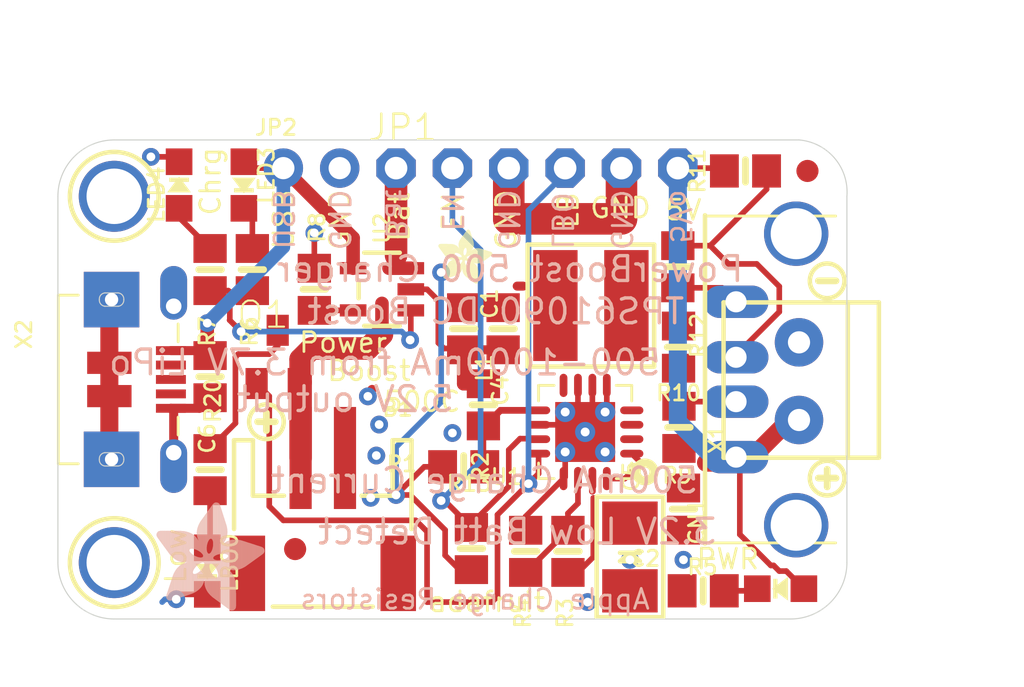
<source format=kicad_pcb>
(kicad_pcb (version 20211014) (generator pcbnew)
  (layers (0 "F.Cu" signal) (31 "B.Cu" signal) (34 "B.Paste" user) (35 "F.Paste" user) (36 "B.SilkS" user "B.Silkscreen") (37 "F.SilkS" user "F.Silkscreen") (38 "B.Mask" user) (39 "F.Mask" user) (44 "Edge.Cuts" user))
  (net 0 "")
  (net 1 "GND")
  (net 2 "N$1")
  (net 3 "N$3")
  (net 4 "5.0V")
  (net 5 "D+")
  (net 6 "D-")
  (net 7 "VBAT")
  (net 8 "N$4")
  (net 9 "ENABLE")
  (net 10 "N$5")
  (net 11 "LBO")
  (net 12 "N$2")
  (net 13 "N$10")
  (net 14 "N$6")
  (net 15 "N$7")
  (net 16 "VDD1")
  (net 17 "N$8")
  (net 18 "N$9")
  (footprint "boardEagle:0805-NO" (layer "F.Cu") (at 159.800245 114.5286 180)
    (fp_text reference "R5" (at 0.7875 1.07) (layer "F.SilkS") (effects (font (size 0.692831 0.692831) (thickness 0.119969)) (justify left)))
    (fp_text value "1K")
    (pad "1" smd rect (at -0.95 0 180) (size 1.3 1.5) (layers "F.Cu" "F.Paste" "F.Mask") (net 8 "N$4"))
    (pad "2" smd rect (at 0.95 0 180) (size 1.3 1.5) (layers "F.Cu" "F.Paste" "F.Mask") (net 1 "GND"))
  )
  (footprint "boardEagle:CHIPLED_0805_NOOUTLINE" (layer "F.Cu") (at 139.099245 96.2406 180)
    (fp_text reference "LED3" (at -1.016 1.778 90) (layer "F.SilkS") (effects (font (size 0.692831 0.692831) (thickness 0.119969)) (justify right)))
    (fp_text value "ORANGE")
    (pad "A" smd rect (at 0 1.05 180) (size 1.2 1.2) (layers "F.Cu" "F.Paste" "F.Mask") (net 16 "VDD1"))
    (pad "C" smd rect (at 0 -1.05 180) (size 1.2 1.2) (layers "F.Cu" "F.Paste" "F.Mask") (net 14 "N$6"))
  )
  (footprint "boardEagle:0805-NO" (layer "F.Cu") (at 149.894245 106.1466 -90)
    (fp_text reference "R2" (at 2.032 0.127 90) (layer "F.SilkS") (effects (font (size 0.692831 0.692831) (thickness 0.119969)) (justify right)))
    (fp_text value "340K")
    (pad "1" smd rect (at -0.95 0 270) (size 1.3 1.5) (layers "F.Cu" "F.Paste" "F.Mask") (net 1 "GND"))
    (pad "2" smd rect (at 0.95 0 270) (size 1.3 1.5) (layers "F.Cu" "F.Paste" "F.Mask") (net 3 "N$3"))
  )
  (footprint "boardEagle:EIA3528-21_B-R" (layer "F.Cu") (at 156.498245 113.0046 90)
    (fp_text reference "C5" (at 2.876 0.051 90) (layer "F.SilkS") (effects (font (size 0.692831 0.692831) (thickness 0.119969)) (justify left)))
    (fp_text value "100uF/6V")
    (pad "+" smd rect (at 1.525 0 90) (size 1.95 2.5) (layers "F.Cu" "F.Paste" "F.Mask") (net 4 "5.0V"))
    (pad "-" smd rect (at -1.525 0 90) (size 1.95 2.5) (layers "F.Cu" "F.Paste" "F.Mask") (net 1 "GND"))
  )
  (footprint "boardEagle:FIDUCIAL_1MM" (layer "F.Cu") (at 141.408245 112.6476)
    (fp_text reference "FID2" hide)
    (fp_text value "FIDUCIAL\"\"" hide)
    (pad "1" smd roundrect (at 0 0) (size 1 1) (layers "F.Cu" "F.Mask") (roundrect_rratio 0.5))
  )
  (footprint "boardEagle:0805-NO" (layer "F.Cu") (at 142.274245 100.9396 90)
    (fp_text reference "R8" (at 2.032 0.127 90) (layer "F.SilkS") (effects (font (size 0.692831 0.692831) (thickness 0.119969)) (justify left)))
    (fp_text value "2k")
    (pad "1" smd rect (at -0.95 0 90) (size 1.3 1.5) (layers "F.Cu" "F.Paste" "F.Mask") (net 17 "N$8"))
    (pad "2" smd rect (at 0.95 0 90) (size 1.3 1.5) (layers "F.Cu" "F.Paste" "F.Mask") (net 1 "GND"))
  )
  (footprint "boardEagle:SOT23-5" (layer "F.Cu") (at 145.322245 100.9396 90)
    (fp_text reference "U2" (at 1.978 0 90) (layer "F.SilkS") (effects (font (size 0.692831 0.692831) (thickness 0.119969)) (justify left)))
    (fp_text value "MCP73831T-2ACI/OT")
    (pad "1" smd rect (at -0.95 1.3001 90) (size 0.55 1.2) (layers "F.Cu" "F.Paste" "F.Mask") (net 15 "N$7"))
    (pad "2" smd rect (at 0 1.3001 90) (size 0.55 1.2) (layers "F.Cu" "F.Paste" "F.Mask") (net 1 "GND"))
    (pad "3" smd rect (at 0.95 1.3001 90) (size 0.55 1.2) (layers "F.Cu" "F.Paste" "F.Mask") (net 7 "VBAT"))
    (pad "4" smd rect (at 0.95 -1.3001 90) (size 0.55 1.2) (layers "F.Cu" "F.Paste" "F.Mask") (net 16 "VDD1"))
    (pad "5" smd rect (at -0.95 -1.3001 90) (size 0.55 1.2) (layers "F.Cu" "F.Paste" "F.Mask") (net 17 "N$8"))
  )
  (footprint "boardEagle:SYMBOL_MINUS" (layer "F.Cu") (at 165.388245 100.5586)
    (fp_text reference "U$26" hide)
    (fp_text value "" hide)
  )
  (footprint "boardEagle:USB_HOST-PTH" (layer "F.Cu") (at 167.801245 105.0036 90)
    (fp_text reference "CN1" (at -7.52 -8.29 90) (layer "F.SilkS") (effects (font (size 0.692831 0.692831) (thickness 0.119969)) (justify left)))
    (fp_text value "USBA_FEMALE")
    (pad "D+" thru_hole oval (at 1 -6.52 180) (size 2.916 1.458) (drill 0.95) (layers *.Cu *.Mask) (net 5 "D+"))
    (pad "D-" thru_hole oval (at -1 -6.52 180) (size 2.916 1.458) (drill 0.95) (layers *.Cu *.Mask) (net 6 "D-"))
    (pad "GND" thru_hole oval (at 3.5 -6.52 180) (size 2.916 1.458) (drill 0.95) (layers *.Cu *.Mask) (net 1 "GND"))
    (pad "S1" thru_hole circle (at -6.57 -3.81 90) (size 2.9 2.9) (drill 2.3) (layers *.Cu *.Mask))
    (pad "S2" thru_hole circle (at 6.57 -3.81 270) (size 2.9 2.9) (drill 2.3) (layers *.Cu *.Mask))
    (pad "VBUS" thru_hole oval (at -3.5 -6.52 180) (size 2.916 1.458) (drill 0.95) (layers *.Cu *.Mask) (net 4 "5.0V"))
  )
  (footprint "boardEagle:1X06-CLEANBIG" (layer "F.Cu") (at 152.307245 95.4786)
    (fp_text reference "JP1" (at -7.6962 -1.8288) (layer "F.SilkS") (effects (font (size 1.1557 1.1557) (thickness 0.1143)) (justify left)))
    (fp_text value "")
    (pad "1" thru_hole roundrect (at -6.35 0 90) (size 1.778 1.778) (drill 1.016) (layers *.Cu *.Mask) (chamfer_ratio 0.2928932188) (chamfer top_left top_right bottom_left bottom_right) (net 7 "VBAT"))
    (pad "2" thru_hole roundrect (at -3.81 0 90) (size 1.778 1.778) (drill 1.016) (layers *.Cu *.Mask) (chamfer_ratio 0.2928932188) (chamfer top_left top_right bottom_left bottom_right) (net 9 "ENABLE"))
    (pad "3" thru_hole roundrect (at -1.27 0 90) (size 1.778 1.778) (drill 1.016) (layers *.Cu *.Mask) (chamfer_ratio 0.2928932188) (chamfer top_left top_right bottom_left bottom_right) (net 1 "GND"))
    (pad "4" thru_hole roundrect (at 1.27 0 90) (size 1.778 1.778) (drill 1.016) (layers *.Cu *.Mask) (chamfer_ratio 0.2928932188) (chamfer top_left top_right bottom_left bottom_right) (net 11 "LBO"))
    (pad "5" thru_hole roundrect (at 3.81 0 90) (size 1.778 1.778) (drill 1.016) (layers *.Cu *.Mask) (chamfer_ratio 0.2928932188) (chamfer top_left top_right bottom_left bottom_right) (net 1 "GND"))
    (pad "6" thru_hole roundrect (at 6.35 0 90) (size 1.778 1.778) (drill 1.016) (layers *.Cu *.Mask) (chamfer_ratio 0.2928932188) (chamfer top_left top_right bottom_left bottom_right) (net 4 "5.0V"))
  )
  (footprint "boardEagle:TERMBLOCK_1X2-3.5MM" (layer "F.Cu") (at 164.118245 105.1306 90)
    (fp_text reference "X1" (at -3.3 -3.69 90) (layer "F.SilkS") (effects (font (size 0.692831 0.692831) (thickness 0.119969)) (justify left)))
    (fp_text value "")
    (pad "1" thru_hole circle (at 1.8 0 90) (size 2.1844 2.1844) (drill 1) (layers *.Cu *.Mask) (net 1 "GND"))
    (pad "2" thru_hole circle (at -1.7 0 90) (size 2.1844 2.1844) (drill 1) (layers *.Cu *.Mask) (net 4 "5.0V"))
  )
  (footprint "boardEagle:0805-NO" (layer "F.Cu") (at 158.689245 103.5456 90)
    (fp_text reference "R10" (at -2.07 1.0875) (layer "F.SilkS") (effects (font (size 0.692831 0.692831) (thickness 0.119969)) (justify right)))
    (fp_text value "49.9K 1%")
    (pad "1" smd rect (at -0.95 0 90) (size 1.3 1.5) (layers "F.Cu" "F.Paste" "F.Mask") (net 6 "D-"))
    (pad "2" smd rect (at 0.95 0 90) (size 1.3 1.5) (layers "F.Cu" "F.Paste" "F.Mask") (net 1 "GND"))
  )
  (footprint "boardEagle:MOUNTINGHOLE_2.5_PLATED" (layer "F.Cu") (at 133.257245 113.2586)
    (fp_text reference "U$12" hide)
    (fp_text value "MOUNTINGHOLE2.5" hide)
    (pad "P$1" thru_hole circle (at 0 0) (size 3.2 3.2) (drill 2.5) (layers *.Cu *.Mask))
  )
  (footprint "boardEagle:SC59-BEC" (layer "F.Cu") (at 140.623245 103.9876)
    (fp_text reference "Q1" (at -1.905 -1.905) (layer "F.SilkS") (effects (font (size 1.176528 1.176528) (thickness 0.093472)) (justify left)))
    (fp_text value "MMUN2133LT1G")
    (pad "B" smd rect (at -0.95 1.2) (size 1 1.4) (layers "F.Cu" "F.Paste" "F.Mask") (net 11 "LBO"))
    (pad "C" smd rect (at 0 -1.2) (size 1 1.4) (layers "F.Cu" "F.Paste" "F.Mask") (net 13 "N$10"))
    (pad "E" smd rect (at 0.95 1.2) (size 1 1.4) (layers "F.Cu" "F.Paste" "F.Mask") (net 7 "VBAT"))
  )
  (footprint "boardEagle:MOUNTINGHOLE_2.5_PLATED" (layer "F.Cu") (at 133.257245 96.7486)
    (fp_text reference "U$10" hide)
    (fp_text value "MOUNTINGHOLE2.5" hide)
    (pad "P$1" thru_hole circle (at 0 0) (size 3.2 3.2) (drill 2.5) (layers *.Cu *.Mask))
  )
  (footprint "boardEagle:CHIPLED_0805_NOOUTLINE" (layer "F.Cu") (at 137.448245 113.6396 180)
    (fp_text reference "LBO0" (at -1.016 1.778 90) (layer "F.SilkS") (effects (font (size 0.692831 0.692831) (thickness 0.119969)) (justify right)))
    (fp_text value "RED")
    (pad "A" smd rect (at 0 1.05 180) (size 1.2 1.2) (layers "F.Cu" "F.Paste" "F.Mask") (net 12 "N$2"))
    (pad "C" smd rect (at 0 -1.05 180) (size 1.2 1.2) (layers "F.Cu" "F.Paste" "F.Mask") (net 1 "GND"))
  )
  (footprint "boardEagle:SYMBOL_PLUS" (layer "F.Cu") (at 165.388245 109.4486)
    (fp_text reference "U$25" hide)
    (fp_text value "" hide)
  )
  (footprint "boardEagle:0805-NO" (layer "F.Cu") (at 151.799245 112.7506 -90)
    (fp_text reference "R4" (at 2.032 0.127 90) (layer "F.SilkS") (effects (font (size 0.692831 0.692831) (thickness 0.119969)) (justify right)))
    (fp_text value "200K")
    (pad "1" smd rect (at -0.95 0 270) (size 1.3 1.5) (layers "F.Cu" "F.Paste" "F.Mask") (net 1 "GND"))
    (pad "2" smd rect (at 0.95 0 270) (size 1.3 1.5) (layers "F.Cu" "F.Paste" "F.Mask") (net 10 "N$5"))
  )
  (footprint "boardEagle:0805-NO" (layer "F.Cu") (at 137.575245 100.0506 -90)
    (fp_text reference "R7" (at 2.032 0.127 90) (layer "F.SilkS") (effects (font (size 0.692831 0.692831) (thickness 0.119969)) (justify right)))
    (fp_text value "1K")
    (pad "1" smd rect (at -0.95 0 270) (size 1.3 1.5) (layers "F.Cu" "F.Paste" "F.Mask") (net 18 "N$9"))
    (pad "2" smd rect (at 0.95 0 270) (size 1.3 1.5) (layers "F.Cu" "F.Paste" "F.Mask") (net 15 "N$7"))
  )
  (footprint "boardEagle:CHIPLED_0805_NOOUTLINE" (layer "F.Cu") (at 163.288245 114.4336 90)
    (fp_text reference "PWR0" hide)
    (fp_text value "BLUE")
    (pad "A" smd rect (at 0 1.05 90) (size 1.2 1.2) (layers "F.Cu" "F.Paste" "F.Mask") (net 4 "5.0V"))
    (pad "C" smd rect (at 0 -1.05 90) (size 1.2 1.2) (layers "F.Cu" "F.Paste" "F.Mask") (net 8 "N$4"))
  )
  (footprint "boardEagle:4UCONN_20329" (layer "F.Cu") (at 135.035245 105.0036 -90)
    (fp_text reference "X2" (at -2.778 5.852 90) (layer "F.SilkS") (effects (font (size 0.692831 0.692831) (thickness 0.119969)) (justify right)))
    (fp_text value "microUSB")
    (fp_line (start -3.3 1.6) (end -3.3 2.2) (layer "Edge.Cuts") (width 0.05))
    (fp_line (start 3.9 1.6) (end 3.9 2.2) (layer "Edge.Cuts") (width 0.05))
    (fp_line (start -3.9 2.2) (end -3.9 1.6) (layer "Edge.Cuts") (width 0.05))
    (fp_line (start 3.3 2.2) (end 3.3 1.6) (layer "Edge.Cuts") (width 0.05))
    (fp_arc (start -3.3 2.2) (mid -3.398223 2.387132) (end -3.6 2.45) (layer "Edge.Cuts") (width 0.05))
    (fp_arc (start 3.6 2.45) (mid 3.398223 2.387132) (end 3.3 2.2) (layer "Edge.Cuts") (width 0.05))
    (fp_arc (start -3.9 1.6) (mid -3.801777 1.412868) (end -3.6 1.35) (layer "Edge.Cuts") (width 0.05))
    (fp_arc (start 3.3 1.6) (mid 3.398223 1.412868) (end 3.6 1.35) (layer "Edge.Cuts") (width 0.05))
    (fp_arc (start 3.6 1.35) (mid 3.801777 1.412868) (end 3.9 1.6) (layer "Edge.Cuts") (width 0.05))
    (fp_arc (start -3.6 2.45) (mid -3.801777 2.387132) (end -3.9 2.2) (layer "Edge.Cuts") (width 0.05))
    (fp_arc (start -3.6 1.35) (mid -3.398223 1.412868) (end -3.3 1.6) (layer "Edge.Cuts") (width 0.05))
    (fp_arc (start 3.9 2.2) (mid 3.801777 2.387132) (end 3.6 2.45) (layer "Edge.Cuts") (width 0.05))
    (pad "" np_thru_hole circle (at -1.95 0 270) (size 0.7 0.7) (drill 0.7) (layers *.Cu *.Mask))
    (pad "" np_thru_hole circle (at 1.95 0 270) (size 0.7 0.7) (drill 0.7) (layers *.Cu *.Mask))
    (pad "BASE@1" smd rect (at -0.75 2) (size 2 1) (layers "F.Cu" "F.Paste" "F.Mask") (net 1 "GND"))
    (pad "BASE@2" smd rect (at 0.75 2) (size 2 1) (layers "F.Cu" "F.Paste" "F.Mask") (net 1 "GND"))
    (pad "D+" smd rect (at 0 -0.775 270) (size 0.4 1.35) (layers "F.Cu" "F.Paste"))
    (pad "D-" smd rect (at -0.65 -0.775 270) (size 0.4 1.35) (layers "F.Cu" "F.Paste"))
    (pad "GND" smd rect (at 1.3 -0.775 270) (size 0.4 1.35) (layers "F.Cu" "F.Paste") (net 1 "GND"))
    (pad "ID" smd rect (at 0.65 -0.775 270) (size 0.4 1.35) (layers "F.Cu" "F.Paste"))
    (pad "SPRT@1" thru_hole oval (at -3.3 -0.9 90) (size 2.416 1.208) (drill 0.7 (offset 0.604 0)) (layers *.Cu *.Mask) (net 1 "GND"))
    (pad "SPRT@2" thru_hole oval (at 3.3 -0.9 270) (size 2.416 1.208) (drill 0.7 (offset 0.604 0)) (layers *.Cu *.Mask) (net 1 "GND"))
    (pad "SPRT@3" thru_hole rect (at -3.6 1.9) (size 2.5 2.5) (drill 0.6) (layers *.Cu *.Mask) (net 1 "GND"))
    (pad "SPRT@4" thru_hole rect (at 3.6 1.9) (size 2.5 2.5) (drill 0.6) (layers *.Cu *.Mask) (net 1 "GND"))
    (pad "VBUS" smd rect (at -1.3 -0.775 270) (size 0.4 1.35) (layers "F.Cu" "F.Paste") (net 16 "VDD1"))
  )
  (footprint "boardEagle:0805-NO" (layer "F.Cu") (at 153.704245 112.7506 -90)
    (fp_text reference "R3" (at 2.032 0.127 90) (layer "F.SilkS") (effects (font (size 0.692831 0.692831) (thickness 0.119969)) (justify right)))
    (fp_text value "1.87Mohm")
    (pad "1" smd rect (at -0.95 0 270) (size 1.3 1.5) (layers "F.Cu" "F.Paste" "F.Mask") (net 10 "N$5"))
    (pad "2" smd rect (at 0.95 0 270) (size 1.3 1.5) (layers "F.Cu" "F.Paste" "F.Mask") (net 4 "5.0V"))
  )
  (footprint "boardEagle:0805-NO" (layer "F.Cu") (at 139.480245 100.0506 -90)
    (fp_text reference "R6" (at 2.032 0.127 90) (layer "F.SilkS") (effects (font (size 0.692831 0.692831) (thickness 0.119969)) (justify right)))
    (fp_text value "470")
    (pad "1" smd rect (at -0.95 0 270) (size 1.3 1.5) (layers "F.Cu" "F.Paste" "F.Mask") (net 14 "N$6"))
    (pad "2" smd rect (at 0.95 0 270) (size 1.3 1.5) (layers "F.Cu" "F.Paste" "F.Mask") (net 15 "N$7"))
  )
  (footprint "boardEagle:0805-NO" (layer "F.Cu") (at 158.707245 107.1616 -90)
    (fp_text reference "R9" (at 2.17 -0.6875) (layer "F.SilkS") (effects (font (size 0.692831 0.692831) (thickness 0.119969)) (justify right)))
    (fp_text value "75K 1%")
    (pad "1" smd rect (at -0.95 0 270) (size 1.3 1.5) (layers "F.Cu" "F.Paste" "F.Mask") (net 6 "D-"))
    (pad "2" smd rect (at 0.95 0 270) (size 1.3 1.5) (layers "F.Cu" "F.Paste" "F.Mask") (net 4 "5.0V"))
  )
  (footprint "boardEagle:1X02_ROUND" (layer "F.Cu") (at 142.147245 95.4786)
    (fp_text reference "JP2" (at -2.6162 -1.8288) (layer "F.SilkS") (effects (font (size 0.692831 0.692831) (thickness 0.119969)) (justify left)))
    (fp_text value "")
    (pad "1" thru_hole circle (at -1.27 0 90) (size 1.778 1.778) (drill 1) (layers *.Cu *.Mask) (net 16 "VDD1"))
    (pad "2" thru_hole circle (at 1.27 0 90) (size 1.778 1.778) (drill 1) (layers *.Cu *.Mask) (net 1 "GND"))
  )
  (footprint "boardEagle:0805-NO" (layer "F.Cu") (at 158.657245 99.9236 -90)
    (fp_text reference "R12" (at 4.1875 -0.93 90) (layer "F.SilkS") (effects (font (size 0.692831 0.692831) (thickness 0.119969)) (justify left)))
    (fp_text value "49.9K 1%")
    (pad "1" smd rect (at -0.95 0 270) (size 1.3 1.5) (layers "F.Cu" "F.Paste" "F.Mask") (net 5 "D+"))
    (pad "2" smd rect (at 0.95 0 270) (size 1.3 1.5) (layers "F.Cu" "F.Paste" "F.Mask") (net 1 "GND"))
  )
  (footprint "boardEagle:SYMBOL_PLUS" (layer "F.Cu") (at 140.115245 106.9086)
    (fp_text reference "U$13" hide)
    (fp_text value "" hide)
  )
  (footprint "boardEagle:JSTPH2" (layer "F.Cu") (at 142.655245 112.2426 180)
    (fp_text reference "B1" (at -4.1225 5.9315) (layer "F.SilkS") (effects (font (size 0.692831 0.692831) (thickness 0.119969)) (justify right)))
    (fp_text value "1.8-5V")
    (pad "1" smd rect (at -1 3.7 180) (size 1 4.6) (layers "F.Cu" "F.Paste" "F.Mask") (net 1 "GND"))
    (pad "2" smd rect (at 1 3.7 180) (size 1 4.6) (layers "F.Cu" "F.Paste" "F.Mask") (net 7 "VBAT"))
    (pad "NC1" smd rect (at -3.4 -1.5 270) (size 3.4 1.6) (layers "F.Cu" "F.Paste" "F.Mask"))
    (pad "NC2" smd rect (at 3.4 -1.5 270) (size 3.4 1.6) (layers "F.Cu" "F.Paste" "F.Mask"))
  )
  (footprint "boardEagle:0805-NO" (layer "F.Cu") (at 149.353245 112.6246 90)
    (fp_text reference "R13" (at 2.93 0.9875) (layer "F.SilkS") (effects (font (size 0.692831 0.692831) (thickness 0.119969)) (justify right)))
    (fp_text value "340K")
    (pad "1" smd rect (at -0.95 0 90) (size 1.3 1.5) (layers "F.Cu" "F.Paste" "F.Mask") (net 7 "VBAT"))
    (pad "2" smd rect (at 0.95 0 90) (size 1.3 1.5) (layers "F.Cu" "F.Paste" "F.Mask") (net 9 "ENABLE"))
  )
  (footprint "boardEagle:INDUCTOR_5X5MM_TDK_VLC5045" (layer "F.Cu") (at 154.738245 101.6726)
    (fp_text reference "L1" (at -4.8 3.5 90) (layer "F.SilkS") (effects (font (size 0.692831 0.692831) (thickness 0.119969)) (justify left)))
    (fp_text value "VLC5045-6.8uH" hide)
    (pad "P$1" smd rect (at -1.6 0) (size 2 5) (layers "F.Cu" "F.Paste" "F.Mask") (net 7 "VBAT"))
    (pad "P$2" smd rect (at 1.6 0) (size 2 5) (layers "F.Cu" "F.Paste" "F.Mask") (net 2 "N$1"))
  )
  (footprint "boardEagle:0805-NO" (layer "F.Cu") (at 137.575245 104.8766 -90)
    (fp_text reference "C6" (at 2.032 0.127 90) (layer "F.SilkS") (effects (font (size 0.692831 0.692831) (thickness 0.119969)) (justify right)))
    (fp_text value "10µF")
    (pad "1" smd rect (at -0.95 0 270) (size 1.3 1.5) (layers "F.Cu" "F.Paste" "F.Mask") (net 16 "VDD1"))
    (pad "2" smd rect (at 0.95 0 270) (size 1.3 1.5) (layers "F.Cu" "F.Paste" "F.Mask") (net 1 "GND"))
  )
  (footprint "boardEagle:0805-NO" (layer "F.Cu") (at 150.783245 102.7176 -90)
    (fp_text reference "C4" (at 2.032 0.127 90) (layer "F.SilkS") (effects (font (size 0.692831 0.692831) (thickness 0.119969)) (justify right)))
    (fp_text value "0.1uF")
    (pad "1" smd rect (at -0.95 0 270) (size 1.3 1.5) (layers "F.Cu" "F.Paste" "F.Mask") (net 7 "VBAT"))
    (pad "2" smd rect (at 0.95 0 270) (size 1.3 1.5) (layers "F.Cu" "F.Paste" "F.Mask") (net 1 "GND"))
  )
  (footprint "boardEagle:0805-NO" (layer "F.Cu") (at 149.005245 108.9406 180)
    (fp_text reference "R1" (at 2.032 0.127) (layer "F.SilkS") (effects (font (size 0.692831 0.692831) (thickness 0.119969)) (justify right)))
    (fp_text value "1.87Mohm")
    (pad "1" smd rect (at -0.95 0 180) (size 1.3 1.5) (layers "F.Cu" "F.Paste" "F.Mask") (net 3 "N$3"))
    (pad "2" smd rect (at 0.95 0 180) (size 1.3 1.5) (layers "F.Cu" "F.Paste" "F.Mask") (net 7 "VBAT"))
  )
  (footprint "boardEagle:0805-NO" (layer "F.Cu") (at 161.705245 95.6056 180)
    (fp_text reference "R11" (at 2.17 -1.0875 90) (layer "F.SilkS") (effects (font (size 0.692831 0.692831) (thickness 0.119969)) (justify left)))
    (fp_text value "75K 1%")
    (pad "1" smd rect (at -0.95 0 180) (size 1.3 1.5) (layers "F.Cu" "F.Paste" "F.Mask") (net 5 "D+"))
    (pad "2" smd rect (at 0.95 0 180) (size 1.3 1.5) (layers "F.Cu" "F.Paste" "F.Mask") (net 4 "5.0V"))
  )
  (footprint "boardEagle:0805-NO" (layer "F.Cu") (at 137.575245 109.0676 90)
    (fp_text reference "R20" (at 2.032 0.127 90) (layer "F.SilkS") (effects (font (size 0.692831 0.692831) (thickness 0.119969)) (justify left)))
    (fp_text value "1K")
    (pad "1" smd rect (at -0.95 0 90) (size 1.3 1.5) (layers "F.Cu" "F.Paste" "F.Mask") (net 12 "N$2"))
    (pad "2" smd rect (at 0.95 0 90) (size 1.3 1.5) (layers "F.Cu" "F.Paste" "F.Mask") (net 13 "N$10"))
  )
  (footprint "boardEagle:CHIPLED_0805_NOOUTLINE" (layer "F.Cu") (at 136.178245 96.2406)
    (fp_text reference "LED4" (at -1.016 1.778 90) (layer "F.SilkS") (effects (font (size 0.692831 0.692831) (thickness 0.119969)) (justify left)))
    (fp_text value "GREEN")
    (pad "A" smd rect (at 0 1.05) (size 1.2 1.2) (layers "F.Cu" "F.Paste" "F.Mask") (net 18 "N$9"))
    (pad "C" smd rect (at 0 -1.05) (size 1.2 1.2) (layers "F.Cu" "F.Paste" "F.Mask") (net 1 "GND"))
  )
  (footprint "boardEagle:0805-NO" (layer "F.Cu") (at 158.911245 110.8456 -90)
    (fp_text reference "C2" (at 2.23 2.4875) (layer "F.SilkS") (effects (font (size 0.692831 0.692831) (thickness 0.119969)) (justify left)))
    (fp_text value "2.2uF")
    (pad "1" smd rect (at -0.95 0 270) (size 1.3 1.5) (layers "F.Cu" "F.Paste" "F.Mask") (net 4 "5.0V"))
    (pad "2" smd rect (at 0.95 0 270) (size 1.3 1.5) (layers "F.Cu" "F.Paste" "F.Mask") (net 1 "GND"))
  )
  (footprint "boardEagle:0805-NO" (layer "F.Cu") (at 149.005245 102.7176 -90)
    (fp_text reference "C1" (at -1.8875 -1.17 90) (layer "F.SilkS") (effects (font (size 0.692831 0.692831) (thickness 0.119969)) (justify right)))
    (fp_text value "10uF")
    (pad "1" smd rect (at -0.95 0 270) (size 1.3 1.5) (layers "F.Cu" "F.Paste" "F.Mask") (net 7 "VBAT"))
    (pad "2" smd rect (at 0.95 0 270) (size 1.3 1.5) (layers "F.Cu" "F.Paste" "F.Mask") (net 1 "GND"))
  )
  (footprint "boardEagle:FIDUCIAL_1MM" (layer "F.Cu") (at 164.499245 95.6056)
    (fp_text reference "FID3" hide)
    (fp_text value "FIDUCIAL\"\"" hide)
    (pad "1" smd roundrect (at 0 0) (size 1 1) (layers "F.Cu" "F.Mask") (roundrect_rratio 0.5))
  )
  (footprint "boardEagle:ADAFRUIT_2.5MM" (layer "F.Cu") (at 147.862245 100.6856)
    (fp_text reference "U$28" hide)
    (fp_text value "" hide)
  )
  (footprint "boardEagle:PVQFN-16" (layer "F.Cu") (at 154.480245 107.3706 180)
    (fp_text reference "U1" (at 4.324 -2.018) (layer "F.SilkS") (effects (font (size 0.692831 0.692831) (thickness 0.119969)) (justify left)))
    (fp_text value "TPS61090RSAR")
    (pad "1" smd roundrect (at -2.1 -0.975 180) (size 1.05 0.35) (layers "F.Cu" "F.Paste" "F.Mask") (roundrect_rratio 0.5) (net 4 "5.0V"))
    (pad "2" smd roundrect (at -2.1 -0.325 180) (size 1.05 0.35) (layers "F.Cu" "F.Paste" "F.Mask") (roundrect_rratio 0.5))
    (pad "3" smd roundrect (at -2.1 0.325 180) (size 1.05 0.35) (layers "F.Cu" "F.Paste" "F.Mask") (roundrect_rratio 0.5) (net 2 "N$1"))
    (pad "4" smd roundrect (at -2.1 0.975 180) (size 1.05 0.35) (layers "F.Cu" "F.Paste" "F.Mask") (roundrect_rratio 0.5) (net 2 "N$1"))
    (pad "5" smd roundrect (at -0.975 2.1 270) (size 1.05 0.35) (layers "F.Cu" "F.Paste" "F.Mask") (roundrect_rratio 0.5) (net 1 "GND"))
    (pad "6" smd roundrect (at -0.325 2.1 270) (size 1.05 0.35) (layers "F.Cu" "F.Paste" "F.Mask") (roundrect_rratio 0.5) (net 1 "GND"))
    (pad "7" smd roundrect (at 0.325 2.1 270) (size 1.05 0.35) (layers "F.Cu" "F.Paste" "F.Mask") (roundrect_rratio 0.5) (net 1 "GND"))
    (pad "8" smd roundrect (at 0.975 2.1 270) (size 1.05 0.35) (layers "F.Cu" "F.Paste" "F.Mask") (roundrect_rratio 0.5) (net 7 "VBAT"))
    (pad "9" smd roundrect (at 2.1 0.975) (size 1.05 0.35) (layers "F.Cu" "F.Paste" "F.Mask") (roundrect_rratio 0.5) (net 3 "N$3"))
    (pad "10" smd roundrect (at 2.1 0.325) (size 1.05 0.35) (layers "F.Cu" "F.Paste" "F.Mask") (roundrect_rratio 0.5) (net 1 "GND"))
    (pad "11" smd roundrect (at 2.1 -0.325) (size 1.05 0.35) (layers "F.Cu" "F.Paste" "F.Mask") (roundrect_rratio 0.5) (net 9 "ENABLE"))
    (pad "12" smd roundrect (at 2.1 -0.975) (size 1.05 0.35) (layers "F.Cu" "F.Paste" "F.Mask") (roundrect_rratio 0.5) (net 11 "LBO"))
    (pad "13" smd roundrect (at 0.975 -2.1 90) (size 1.05 0.35) (layers "F.Cu" "F.Paste" "F.Mask") (roundrect_rratio 0.5) (net 1 "GND"))
    (pad "14" smd roundrect (at 0.325 -2.1 90) (size 1.05 0.35) (layers "F.Cu" "F.Paste" "F.Mask") (roundrect_rratio 0.5) (net 10 "N$5"))
    (pad "15" smd roundrect (at -0.325 -2.1 90) (size 1.05 0.35) (layers "F.Cu" "F.Paste" "F.Mask") (roundrect_rratio 0.5) (net 4 "5.0V"))
    (pad "16" smd roundrect (at -0.975 -2.1 90) (size 1.05 0.35) (layers "F.Cu" "F.Paste" "F.Mask") (roundrect_rratio 0.5) (net 4 "5.0V"))
    (pad "P$18" thru_hole circle (at 0 0 180) (size 0.908 0.908) (drill 0.4) (layers *.Cu *.Mask) (net 1 "GND"))
    (pad "P$19" thru_hole circle (at -0.9 -0.9 180) (size 0.908 0.908) (drill 0.4) (layers *.Cu *.Mask) (net 1 "GND"))
    (pad "P$20" thru_hole circle (at 0.9 -0.9 180) (size 0.908 0.908) (drill 0.4) (layers *.Cu *.Mask) (net 1 "GND"))
    (pad "P$21" thru_hole circle (at 0.9 0.9 180) (size 0.908 0.908) (drill 0.4) (layers *.Cu *.Mask) (net 1 "GND"))
    (pad "P$22" thru_hole circle (at -0.9 0.9 180) (size 0.908 0.908) (drill 0.4) (layers *.Cu *.Mask) (net 1 "GND"))
    (pad "THERMAL" smd rect (at 0 0 180) (size 2.7 2.7) (layers "F.Cu" "F.Mask") (net 1 "GND"))
  )
  (footprint "boardEagle:ADAFRUIT_5MM" (layer "B.Cu") (at 135.162245 115.4176 90)
    (fp_text reference "U$29" hide)
    (fp_text value "" hide)
  )
  (gr_line (start 166.277245 113.2586) (end 166.277245 96.7486) (layer "Edge.Cuts") (width 0.05))
  (gr_line (start 164.118245 94.2086) (end 133.257245 94.2086) (layer "Edge.Cuts") (width 0.05))
  (gr_arc (start 133.257245 115.7986) (mid 131.461194 115.054651) (end 130.717245 113.2586) (layer "Edge.Cuts") (width 0.05))
  (gr_arc (start 166.277245 113.2586) (mid 165.533296 115.054651) (end 163.737245 115.7986) (layer "Edge.Cuts") (width 0.05))
  (gr_line (start 130.717245 96.7486) (end 130.717245 113.2586) (layer "Edge.Cuts") (width 0.05))
  (gr_line (start 133.257245 115.7986) (end 163.737245 115.7986) (layer "Edge.Cuts") (width 0.05))
  (gr_arc (start 164.118245 94.2086) (mid 165.723796 95.031456) (end 166.277245 96.7486) (layer "Edge.Cuts") (width 0.05))
  (gr_arc (start 130.717245 96.7486) (mid 131.461194 94.952549) (end 133.257245 94.2086) (layer "Edge.Cuts") (width 0.05))
  (gr_text "TPS61090 DC Boost" (at 159.038245 102.5906) (layer "B.SilkS") (effects (font (size 1.1176 1.1176) (thickness 0.1524)) (justify left bottom mirror)))
  (gr_text "EN" (at 149.005245 96.4946 -90) (layer "B.SilkS") (effects (font (size 0.89408 0.89408) (thickness 0.12192)) (justify right top mirror)))
  (gr_text "Bat" (at 146.465245 96.3676 -90) (layer "B.SilkS") (effects (font (size 0.89408 0.89408) (thickness 0.12192)) (justify right top mirror)))
  (gr_text "Apple Charge Resistors" (at 149.513245 114.9096) (layer "B.SilkS") (effects (font (size 0.89408 0.89408) (thickness 0.12192)) (justify mirror)))
  (gr_text "GND" (at 143.925245 96.3676 -90) (layer "B.SilkS") (effects (font (size 0.89408 0.89408) (thickness 0.12192)) (justify right top mirror)))
  (gr_text "500mA Charge Current" (at 159.673245 110.2106) (layer "B.SilkS") (effects (font (size 1.1176 1.1176) (thickness 0.1524)) (justify left bottom mirror)))
  (gr_text "PowerBoost 500 Charger" (at 161.705245 100.6856) (layer "B.SilkS") (effects (font (size 1.1176 1.1176) (thickness 0.1524)) (justify left bottom mirror)))
  (gr_text "5.2V output" (at 143.671245 105.8926) (layer "B.SilkS") (effects (font (size 1.1176 1.1176) (thickness 0.1524)) (justify mirror)))
  (gr_text "5Vo" (at 159.292245 96.3676 -90) (layer "B.SilkS") (effects (font (size 0.89408 0.89408) (thickness 0.12192)) (justify right top mirror)))
  (gr_text "GND" (at 151.545245 96.3676 -90) (layer "B.SilkS") (effects (font (size 0.89408 0.89408) (thickness 0.12192)) (justify right top mirror)))
  (gr_text "USB" (at 141.385245 96.3676 -90) (layer "B.SilkS") (effects (font (size 0.89408 0.89408) (thickness 0.12192)) (justify right top mirror)))
  (gr_text "500-1000mA from 3.7V LiPo" (at 145.449245 104.2416) (layer "B.SilkS") (effects (font (size 1.1176 1.1176) (thickness 0.1524)) (justify mirror)))
  (gr_text "3.2V Low Batt Detect" (at 151.418245 111.8616) (layer "B.SilkS") (effects (font (size 1.1176 1.1176) (thickness 0.1524)) (justify mirror)))
  (gr_text "LBO" (at 153.958245 96.4946 -90) (layer "B.SilkS") (effects (font (size 0.89408 0.89408) (thickness 0.12192)) (justify right top mirror)))
  (gr_text "GND" (at 156.625245 96.3676 -90) (layer "B.SilkS") (effects (font (size 0.89408 0.89408) (thickness 0.12192)) (justify right top mirror)))
  (gr_text "USB" (at 140.369245 96.3676 90) (layer "F.SilkS") (effects (font (size 0.89408 0.89408) (thickness 0.12192)) (justify right top)))
  (gr_text "Low" (at 136.559245 114.2746 90) (layer "F.SilkS") (effects (font (size 0.89408 0.89408) (thickness 0.12192)) (justify left bottom)))
  (gr_text "5V" (at 158.022245 97.8916) (layer "F.SilkS") (effects (font (size 0.89408 0.89408) (thickness 0.12192)) (justify left bottom)))
  (gr_text "LB" (at 153.196245 96.4946 90) (layer "F.SilkS") (effects (font (size 0.89408 0.89408) (thickness 0.12192)) (justify right top)))
  (gr_text "EN" (at 147.989245 96.4946 90) (layer "F.SilkS") (effects (font (size 0.89408 0.89408) (thickness 0.12192)) (justify right top)))
  (gr_text "GND" (at 142.909245 96.3676 90) (layer "F.SilkS") (effects (font (size 0.89408 0.89408) (thickness 0.12192)) (justify right top)))
  (gr_text "500C" (at 145.322245 106.5276) (layer "F.SilkS") (effects (font (size 0.89408 0.89408) (thickness 0.12192)) (justify left bottom)))
  (gr_text "Chrg" (at 137.067245 94.4626 90) (layer "F.SilkS") (effects (font (size 0.89408 0.89408) (thickness 0.12192)) (justify right top)))
  (gr_text "Boost" (at 142.782245 105.1306) (layer "F.SilkS") (effects (font (size 0.89408 0.89408) (thickness 0.12192)) (justify left bottom)))
  (gr_text "adafruit" (at 147.354245 115.5446) (layer "F.SilkS") (effects (font (size 0.89408 0.89408) (thickness 0.12192)) (justify left bottom)))
  (gr_text "GND" (at 150.402245 96.3676 90) (layer "F.SilkS") (effects (font (size 0.89408 0.89408) (thickness 0.12192)) (justify right top)))
  (gr_text "Bat" (at 145.576245 96.4946 90) (layer "F.SilkS") (effects (font (size 0.89408 0.89408) (thickness 0.12192)) (justify right top)))
  (gr_text "Power" (at 141.512245 103.8606) (layer "F.SilkS") (effects (font (size 0.89408 0.89408) (thickness 0.12192)) (justify left bottom)))
  (gr_text "PWR" (at 160.911245 113.0946) (layer "F.SilkS") (effects (font (size 0.89408 0.89408) (thickness 0.12192))))
  (gr_text "GND" (at 157.514245 96.7486) (layer "F.SilkS") (effects (font (size 0.89408 0.89408) (thickness 0.12192)) (justify right top)))
  (segment (start 154.155245 107.0456) (end 154.480245 107.3706) (width 0.254) (layer "F.Cu") (net 1))
  (segment (start 147.862245 103.3526) (end 148.116245 103.6066) (width 0.254) (layer "F.Cu") (net 1))
  (segment (start 148.944245 103.6066) (end 149.005245 103.6676) (width 0.254) (layer "F.Cu") (net 1))
  (segment (start 155.455245 105.2706) (end 155.455245 106.3956) (width 0.254) (layer "F.Cu") (net 1))
  (segment (start 154.480245 107.3706) (end 155.380245 108.2706) (width 0.254) (layer "F.Cu") (net 1))
  (segment (start 151.037245 95.4786) (end 151.037245 97.7646) (width 1.4224) (layer "F.Cu") (net 1))
  (segment (start 133.035245 105.7536) (end 133.035245 108.5036) (width 0.8128) (layer "F.Cu") (net 1))
  (segment (start 147.862245 101.4476) (end 147.862245 103.3526) (width 0.254) (layer "F.Cu") (net 1))
  (segment (start 153.505245 109.4706) (end 153.580245 109.3956) (width 0.254) (layer "F.Cu") (net 1))
  (segment (start 153.580245 109.3956) (end 153.580245 108.2706) (width 0.254) (layer "F.Cu") (net 1))
  (segment (start 142.274245 99.9896) (end 142.274245 98.3996) (width 0.254) (layer "F.Cu") (net 1))
  (segment (start 146.622345 100.9396) (end 147.354245 100.9396) (width 0.254) (layer "F.Cu") (net 1))
  (segment (start 133.035245 104.2536) (end 133.035245 101.4156) (width 0.8128) (layer "F.Cu") (net 1))
  (segment (start 135.810245 106.3036) (end 137.098245 106.3036) (width 0.4064) (layer "F.Cu") (net 1))
  (segment (start 133.035245 104.2536) (end 133.035245 105.7536) (width 0.8128) (layer "F.Cu") (net 1))
  (segment (start 149.005245 103.6676) (end 150.783245 103.6676) (width 0.4064) (layer "F.Cu") (net 1))
  (segment (start 148.116245 103.6066) (end 148.944245 103.6066) (width 0.254) (layer "F.Cu") (net 1))
  (segment (start 136.178245 95.1906) (end 135.958245 94.9706) (width 0.254) (layer "F.Cu") (net 1))
  (segment (start 154.805245 106.7396) (end 154.958245 106.8926) (width 0.254) (layer "F.Cu") (net 1))
  (segment (start 149.894245 105.1966) (end 149.005245 105.1966) (width 0.6096) (layer "F.Cu") (net 1))
  (segment (start 158.657245 100.8736) (end 160.651245 100.8736) (width 0.254) (layer "F.Cu") (net 1))
  (segment (start 153.505245 109.4706) (end 151.799245 111.1766) (width 0.254) (layer "F.Cu") (net 1))
  (segment (start 153.988245 106.8786) (end 154.480245 107.3706) (width 0.254) (layer "F.Cu") (net 1))
  (segment (start 136.271245 114.6896) (end 136.051245 114.9096) (width 0.254) (layer "F.Cu") (net 1))
  (segment (start 154.805245 105.2706) (end 154.805245 106.7396) (width 0.254) (layer "F.Cu") (net 1))
  (segment (start 158.657245 102.5636) (end 158.657245 100.8736) (width 0.254) (layer "F.Cu") (net 1))
  (segment (start 154.958245 106.8926) (end 155.380245 106.4706) (width 0.254) (layer "F.Cu") (net 1))
  (segment (start 135.810245 106.3036) (end 135.935245 106.4286) (width 0.4064) (layer "F.Cu") (net 1))
  (segment (start 160.651245 100.8736) (end 161.281245 101.5036) (width 0.254) (layer "F.Cu") (net 1))
  (segment (start 144.875245 105.4506) (end 144.814245 105.5116) (width 0.4064) (layer "F.Cu") (net 1))
  (segment (start 153.580245 108.2706) (end 154.480245 107.3706) (width 0.254) (layer "F.Cu") (net 1))
  (segment (start 135.958245 94.9706) (end 134.908245 94.9706) (width 0.254) (layer "F.Cu") (net 1))
  (segment (start 151.799245 111.1766) (end 151.799245 111.8006) (width 0.254) (layer "F.Cu") (net 1))
  (segment (start 158.689245 102.5956) (end 158.657245 102.5636) (width 0.254) (layer "F.Cu") (net 1))
  (segment (start 155.455245 106.3956) (end 155.380245 106.4706) (width 0.254) (layer "F.Cu") (net 1))
  (segment (start 133.035245 101.4156) (end 133.130245 101.3206) (width 0.8128) (layer "F.Cu") (net 1))
  (segment (start 151.037245 97.7646) (end 156.117245 97.7646) (width 1.4224) (layer "F.Cu") (net 1))
  (segment (start 156.117245 97.7646) (end 156.117245 95.4786) (width 1.4224) (layer "F.Cu") (net 1))
  (segment (start 137.098245 106.3036) (end 137.575245 105.8266) (width 0.4064) (layer "F.Cu") (net 1))
  (segment (start 147.354245 100.9396) (end 147.862245 101.4476) (width 0.254) (layer "F.Cu") (net 1))
  (segment (start 135.935245 106.4286) (end 135.935245 108.3036) (width 0.4064) (layer "F.Cu") (net 1))
  (segment (start 133.035245 108.5036) (end 133.135245 108.6036) (width 0.8128) (layer "F.Cu") (net 1))
  (segment (start 154.155245 105.2706) (end 154.155245 106.7116) (width 0.254) (layer "F.Cu") (net 1))
  (segment (start 152.380245 107.0456) (end 154.155245 107.0456) (width 0.254) (layer "F.Cu") (net 1))
  (segment (start 149.005245 105.1966) (end 149.005245 103.6676) (width 0.6096) (layer "F.Cu") (net 1))
  (segment (start 153.580245 106.4706) (end 153.988245 106.8786) (width 0.254) (layer "F.Cu") (net 1))
  (segment (start 154.155245 106.7116) (end 153.988245 106.8786) (width 0.254) (layer "F.Cu") (net 1))
  (segment (start 137.448245 114.6896) (end 136.271245 114.6896) (width 0.254) (layer "F.Cu") (net 1))
  (segment (start 154.480245 107.3706) (end 154.958245 106.8926) (width 0.254) (layer "F.Cu") (net 1))
  (via (at 145.195245 107.0356) (size 0.8001) (drill 0.3937) (layers "F.Cu" "B.Cu") (net 1))
  (via (at 154.593245 115.0366) (size 0.8001) (drill 0.3937) (layers "F.Cu" "B.Cu") (net 1))
  (via (at 134.908245 94.9706) (size 0.8001) (drill 0.3937) (layers "F.Cu" "B.Cu") (net 1))
  (via (at 156.498245 113.1316) (size 0.8001) (drill 0.3937) (layers "F.Cu" "B.Cu") (net 1))
  (via (at 144.687245 105.7656) (size 0.8001) (drill 0.3937) (layers "F.Cu" "B.Cu") (net 1))
  (via (at 145.068245 108.4326) (size 0.8001) (drill 0.3937) (layers "F.Cu" "B.Cu") (net 1))
  (via (at 158.911245 113.1316) (size 0.8001) (drill 0.3937) (layers "F.Cu" "B.Cu") (net 1))
  (via (at 136.051245 114.9096) (size 0.8001) (drill 0.3937) (layers "F.Cu" "B.Cu") (net 1))
  (via (at 142.274245 98.3996) (size 0.8001) (drill 0.3937) (layers "F.Cu" "B.Cu") (net 1))
  (via (at 144.814245 110.3376) (size 0.8001) (drill 0.3937) (layers "F.Cu" "B.Cu") (net 1))
  (via (at 148.497245 107.4166) (size 0.8001) (drill 0.3937) (layers "F.Cu" "B.Cu") (net 1))
  (segment (start 142.274245 98.3996) (end 142.274245 98.0186) (width 0.254) (layer "B.Cu") (net 1))
  (segment (start 135.543245 114.9096) (end 135.416245 115.0366) (width 0.254) (layer "B.Cu") (net 1))
  (segment (start 134.908245 94.9706) (end 134.781245 95.0976) (width 0.254) (layer "B.Cu") (net 1))
  (segment (start 136.051245 114.9096) (end 135.543245 114.9096) (width 0.254) (layer "B.Cu") (net 1))
  (segment (start 150.661245 106.3956) (end 149.960245 107.0966) (width 0.3048) (layer "F.Cu") (net 3))
  (segment (start 149.894245 108.8746) (end 149.894245 108.8796) (width 0.6096) (layer "F.Cu") (net 3))
  (segment (start 152.380245 106.3956) (end 150.661245 106.3956) (width 0.3048) (layer "F.Cu") (net 3))
  (segment (start 149.960245 107.0966) (end 149.894245 107.0966) (width 0.3048) (layer "F.Cu") (net 3))
  (segment (start 149.894245 108.8796) (end 149.955245 108.9406) (width 0.6096) (layer "F.Cu") (net 3))
  (segment (start 149.894245 107.0966) (end 149.894245 108.8746) (width 0.254) (layer "F.Cu") (net 3))
  (segment (start 161.705245 108.8136) (end 163.688245 106.8306) (width 0.8128) (layer "F.Cu") (net 4))
  (segment (start 159.927245 108.7526) (end 160.778245 108.7526) (width 0.8128) (layer "F.Cu") (net 4))
  (segment (start 154.151245 113.7006) (end 153.704245 113.7006) (width 0.254) (layer "F.Cu") (net 4))
  (segment (start 161.451245 111.9886) (end 161.451245 108.6736) (width 0.254) (layer "F.Cu") (net 4))
  (segment (start 163.544245 113.6396) (end 164.338245 114.4336) (width 0.254) (layer "F.Cu") (net 4))
  (segment (start 155.455245 109.4706) (end 156.269245 109.4706) (width 0.254) (layer "F.Cu") (net 4))
  (segment (start 160.628245 95.4786) (end 160.755245 95.6056) (width 0.254) (layer "F.Cu") (net 4))
  (segment (start 163.229245 113.6396) (end 163.544245 113.6396) (width 0.254) (layer "F.Cu") (net 4))
  (segment (start 154.847245 113.0046) (end 154.151245 113.7006) (width 0.254) (layer "F.Cu") (net 4))
  (segment (start 156.580245 108.3456) (end 156.987245 108.7526) (width 0.254) (layer "F.Cu") (net 4))
  (segment (start 161.451245 108.6736) (end 161.281245 108.5036) (width 0.254) (layer "F.Cu") (net 4))
  (segment (start 162.848245 113.3856) (end 162.975245 113.3856) (width 0.254) (layer "F.Cu") (net 4))
  (segment (start 160.181245 109.0066) (end 159.927245 108.7526) (width 0.254) (layer "F.Cu") (net 4))
  (segment (start 161.705245 108.8136) (end 161.337245 108.8136) (width 0.8128) (layer "F.Cu") (net 4))
  (segment (start 156.269245 109.4706) (end 156.987245 108.7526) (width 0.254) (layer "F.Cu") (net 4))
  (segment (start 158.657245 95.4786) (end 160.628245 95.4786) (width 0.254) (layer "F.Cu") (net 4))
  (segment (start 162.848245 113.3856) (end 161.451245 111.9886) (width 0.254) (layer "F.Cu") (net 4))
  (segment (start 154.805245 109.4706) (end 154.805245 110.0416) (width 0.3048) (layer "F.Cu") (net 4))
  (segment (start 162.975245 113.3856) (end 163.229245 113.6396) (width 0.254) (layer "F.Cu") (net 4))
  (segment (start 154.847245 110.3376) (end 154.847245 113.0046) (width 0.254) (layer "F.Cu") (net 4))
  (segment (start 163.688245 106.8306) (end 164.118245 106.8306) (width 0.8128) (layer "F.Cu") (net 4))
  (segment (start 160.252245 108.5036) (end 161.281245 108.5036) (width 0.8128) (layer "B.Cu") (net 4))
  (segment (start 158.657245 95.4786) (end 158.657245 106.9086) (width 0.8128) (layer "B.Cu") (net 4))
  (segment (start 158.657245 106.9086) (end 160.252245 108.5036) (width 0.8128) (layer "B.Cu") (net 4))
  (segment (start 162.655245 95.6056) (end 162.655245 96.4336) (width 0.254) (layer "F.Cu") (net 5))
  (segment (start 163.229245 100.8126) (end 162.213245 99.7966) (width 0.254) (layer "F.Cu") (net 5))
  (segment (start 163.229245 101.9556) (end 163.229245 100.8126) (width 0.254) (layer "F.Cu") (net 5))
  (segment (start 160.938245 99.7966) (end 160.115245 98.9736) (width 0.254) (layer "F.Cu") (net 5))
  (segment (start 161.281245 104.0036) (end 161.054245 104.0036) (width 0.254) (layer "F.Cu") (net 5))
  (segment (start 162.655245 96.4336) (end 160.115245 98.9736) (width 0.254) (layer "F.Cu") (net 5))
  (segment (start 161.281245 103.9036) (end 161.281245 104.0036) (width 0.254) (layer "F.Cu") (net 5))
  (segment (start 162.213245 99.7966) (end 160.938245 99.7966) (width 0.254) (layer "F.Cu") (net 5))
  (segment (start 163.229245 101.9556) (end 161.281245 103.9036) (width 0.254) (layer "F.Cu") (net 5))
  (segment (start 160.115245 98.9736) (end 158.657245 98.9736) (width 0.254) (layer "F.Cu") (net 5))
  (segment (start 158.915245 106.0036) (end 161.281245 106.0036) (width 0.254) (layer "F.Cu") (net 6))
  (segment (start 158.689245 104.4956) (end 158.707245 104.5136) (width 0.254) (layer "F.Cu") (net 6))
  (segment (start 158.707245 106.2116) (end 158.915245 106.0036) (width 0.254) (layer "F.Cu") (net 6))
  (segment (start 158.707245 104.5136) (end 158.707245 106.2116) (width 0.254) (layer "F.Cu") (net 6))
  (segment (start 148.169245 111.7876) (end 146.592245 110.2106) (width 0.254) (layer "F.Cu") (net 7))
  (segment (start 141.655245 104.0986) (end 142.147245 103.6066) (width 1.016) (layer "F.Cu") (net 7))
  (segment (start 141.655245 108.5426) (end 141.655245 105.1306) (width 1.016) (layer "F.Cu") (net 7))
  (segment (start 146.592245 110.2106) (end 145.957245 110.2106) (width 0.254) (layer "F.Cu") (net 7))
  (segment (start 141.655245 104.6226) (end 141.655245 104.0986) (width 1.016) (layer "F.Cu") (net 7))
  (segment (start 148.813245 113.5746) (end 149.353245 113.5746) (width 0.254) (layer "F.Cu") (net 7))
  (segment (start 145.322245 102.9716) (end 145.322245 101.5746) (width 0.6096) (layer "F.Cu") (net 7))
  (segment (start 148.169245 112.9306) (end 148.169245 111.7876) (width 0.254) (layer "F.Cu") (net 7))
  (segment (start 149.353245 113.5746) (end 148.931245 113.5746) (width 0.254) (layer "F.Cu") (net 7))
  (segment (start 141.655245 105.1306) (end 141.655245 104.6226) (width 1.016) (layer "F.Cu") (net 7))
  (segment (start 144.687245 103.6066) (end 145.322245 102.9716) (width 1.016) (layer "F.Cu") (net 7))
  (segment (start 151.418245 100.7966) (end 151.684245 100.7966) (width 0.4064) (layer "F.Cu") (net 7))
  (segment (start 141.655245 104.8516) (end 141.655245 104.6226) (width 0.254) (layer "F.Cu") (net 7))
  (segment (start 147.227245 108.9406) (end 145.957245 110.2106) (width 0.254) (layer "F.Cu") (net 7))
  (segment (start 145.637245 99.9896) (end 146.622345 99.9896) (width 0.6096) (layer "F.Cu") (net 7))
  (segment (start 150.783245 101.7676) (end 149.005245 101.7676) (width 0.8128) (layer "F.Cu") (net 7))
  (segment (start 148.169245 112.9306) (end 148.813245 113.5746) (width 0.254) (layer "F.Cu") (net 7))
  (segment (start 145.957245 95.4786) (end 145.957245 99.4156) (width 1.016) (layer "F.Cu") (net 7))
  (segment (start 148.055245 108.9406) (end 147.227245 108.9406) (width 0.254) (layer "F.Cu") (net 7))
  (segment (start 141.573245 105.1876) (end 141.598245 105.1876) (width 0.6096) (layer "F.Cu") (net 7))
  (segment (start 141.598245 105.1876) (end 141.655245 105.1306) (width 0.6096) (layer "F.Cu") (net 7))
  (segment (start 142.147245 103.6066) (end 144.687245 103.6066) (width 1.016) (layer "F.Cu") (net 7))
  (via (at 147.989245 100.1776) (size 0.8001) (drill 0.3937) (layers "F.Cu" "B.Cu") (net 7))
  (via (at 145.957245 110.2106) (size 0.8001) (drill 0.3937) (layers "F.Cu" "B.Cu") (net 7))
  (segment (start 145.957245 110.2106) (end 145.957245 108.0516) (width 0.254) (layer "B.Cu") (net 7))
  (segment (start 147.989245 106.0196) (end 147.989245 100.1776) (width 0.254) (layer "B.Cu") (net 7))
  (segment (start 145.957245 108.0516) (end 147.989245 106.0196) (width 0.254) (layer "B.Cu") (net 7))
  (segment (start 160.750245 114.5286) (end 161.825245 114.5286) (width 0.254) (layer "F.Cu") (net 8))
  (segment (start 161.920245 114.4336) (end 162.238245 114.4336) (width 0.254) (layer "F.Cu") (net 8))
  (segment (start 161.825245 114.5286) (end 161.920245 114.4336) (width 0.254) (layer "F.Cu") (net 8))
  (segment (start 151.037245 109.8296) (end 149.192245 111.6746) (width 0.254) (layer "F.Cu") (net 9))
  (segment (start 151.037245 108.1786) (end 151.545245 107.6706) (width 0.254) (layer "F.Cu") (net 9))
  (segment (start 149.413245 111.7346) (end 149.353245 111.6746) (width 0.254) (layer "F.Cu") (net 9))
  (segment (start 148.143245 110.4646) (end 149.353245 111.6746) (width 0.254) (layer "F.Cu") (net 9))
  (segment (start 151.037245 108.1786) (end 151.037245 109.8296) (width 0.254) (layer "F.Cu") (net 9))
  (segment (start 147.989245 110.4646) (end 148.143245 110.4646) (width 0.254) (layer "F.Cu") (net 9))
  (segment (start 149.192245 111.6746) (end 149.353245 111.6746) (width 0.254) (layer "F.Cu") (net 9))
  (segment (start 151.545245 107.6706) (end 152.355245 107.6706) (width 0.254) (layer "F.Cu") (net 9))
  (segment (start 152.355245 107.6706) (end 152.380245 107.6956) (width 0.254) (layer "F.Cu") (net 9))
  (via (at 147.989245 110.4646) (size 0.8001) (drill 0.3937) (layers "F.Cu" "B.Cu") (net 9))
  (segment (start 149.767245 99.1616) (end 148.497245 97.8916) (width 0.254) (layer "B.Cu") (net 9))
  (segment (start 149.767245 108.6866) (end 147.989245 110.4646) (width 0.254) (layer "B.Cu") (net 9))
  (segment (start 148.497245 97.8916) (end 148.497245 95.4786) (width 0.254) (layer "B.Cu") (net 9))
  (segment (start 149.767245 99.1616) (end 149.767245 108.6866) (width 0.254) (layer "B.Cu") (net 9))
  (segment (start 154.155245 109.4706) (end 154.155245 110.5876) (width 0.254) (layer "F.Cu") (net 10))
  (segment (start 153.704245 111.0386) (end 153.704245 111.8006) (width 0.254) (layer "F.Cu") (net 10))
  (segment (start 153.704245 111.8006) (end 153.577245 111.9276) (width 0.254) (layer "F.Cu") (net 10))
  (segment (start 151.804245 113.7006) (end 153.704245 111.8006) (width 0.254) (layer "F.Cu") (net 10))
  (segment (start 151.799245 113.7006) (end 151.804245 113.7006) (width 0.254) (layer "F.Cu") (net 10))
  (segment (start 154.155245 110.5876) (end 153.704245 111.0386) (width 0.254) (layer "F.Cu") (net 10))
  (segment (start 151.926245 109.7026) (end 150.529245 111.0996) (width 0.254) (layer "F.Cu") (net 11))
  (segment (start 140.242245 110.7186) (end 140.877245 111.3536) (width 0.254) (layer "F.Cu") (net 11))
  (segment (start 152.380245 109.2486) (end 151.926245 109.7026) (width 0.254) (layer "F.Cu") (net 11))
  (segment (start 147.354245 111.8616) (end 147.354245 115.0366) (width 0.254) (layer "F.Cu") (net 11))
  (segment (start 139.673245 105.1876) (end 140.242245 105.7566) (width 0.254) (layer "F.Cu") (net 11))
  (segment (start 152.380245 109.2486) (end 152.380245 108.3456) (width 0.254) (layer "F.Cu") (net 11))
  (segment (start 140.242245 105.7566) (end 140.242245 110.7186) (width 0.254) (layer "F.Cu") (net 11))
  (segment (start 140.877245 111.3536) (end 146.846245 111.3536) (width 0.254) (layer "F.Cu") (net 11))
  (segment (start 150.529245 114.7826) (end 150.275245 115.0366) (width 0.254) (layer "F.Cu") (net 11))
  (segment (start 150.275245 115.0366) (end 147.354245 115.0366) (width 0.254) (layer "F.Cu") (net 11))
  (segment (start 150.529245 111.0996) (end 150.529245 114.7826) (width 0.254) (layer "F.Cu") (net 11))
  (segment (start 146.846245 111.3536) (end 147.354245 111.8616) (width 0.254) (layer "F.Cu") (net 11))
  (via (at 151.926245 109.7026) (size 0.8001) (drill 0.3937) (layers "F.Cu" "B.Cu") (net 11))
  (segment (start 153.704245 95.6056) (end 151.926245 97.3836) (width 0.254) (layer "B.Cu") (net 11))
  (segment (start 153.577245 95.4786) (end 153.704245 95.6056) (width 0.254) (layer "B.Cu") (net 11))
  (segment (start 151.926245 97.3836) (end 151.926245 109.7026) (width 0.254) (layer "B.Cu") (net 11))
  (segment (start 137.575245 112.4626) (end 137.448245 112.5896) (width 0.254) (layer "F.Cu") (net 12))
  (segment (start 137.575245 110.0176) (end 137.575245 112.4626) (width 0.254) (layer "F.Cu") (net 12))
  (segment (start 138.718245 106.9746) (end 138.718245 103.9876) (width 0.254) (layer "F.Cu") (net 13))
  (segment (start 140.623245 103.4796) (end 140.623245 102.7876) (width 0.254) (layer "F.Cu") (net 13))
  (segment (start 137.575245 108.1176) (end 138.718245 106.9746) (width 0.254) (layer "F.Cu") (net 13))
  (segment (start 140.242245 103.8606) (end 140.623245 103.4796) (width 0.254) (layer "F.Cu") (net 13))
  (segment (start 138.845245 103.8606) (end 140.242245 103.8606) (width 0.254) (layer "F.Cu") (net 13))
  (segment (start 138.718245 103.9876) (end 138.845245 103.8606) (width 0.254) (layer "F.Cu") (net 13))
  (segment (start 139.099245 97.2906) (end 139.480245 97.6716) (width 0.254) (layer "F.Cu") (net 14))
  (segment (start 139.480245 97.6716) (end 139.480245 99.1006) (width 0.254) (layer "F.Cu") (net 14))
  (segment (start 138.456741 102.329097) (end 138.464245 102.321594) (width 0.254) (layer "F.Cu") (net 15))
  (segment (start 138.398245 101.0006) (end 137.575245 101.0006) (width 0.254) (layer "F.Cu") (net 15))
  (segment (start 139.414245 101.0666) (end 138.464245 101.0666) (width 0.254) (layer "F.Cu") (net 15))
  (segment (start 138.464245 101.0666) (end 138.398245 101.0006) (width 0.254) (layer "F.Cu") (net 15))
  (segment (start 138.464245 102.321594) (end 138.464245 101.0666) (width 0.254) (layer "F.Cu") (net 15))
  (segment (start 146.622345 101.8896) (end 146.622345 103.1955) (width 0.254) (layer "F.Cu") (net 15))
  (segment (start 138.972245 102.8446) (end 138.456741 102.329097) (width 0.254) (layer "F.Cu") (net 15))
  (segment (start 139.480245 101.0006) (end 139.414245 101.0666) (width 0.254) (layer "F.Cu") (net 15))
  (segment (start 146.622345 103.1955) (end 146.592245 103.2256) (width 0.254) (layer "F.Cu") (net 15))
  (via (at 146.592245 103.2256) (size 0.8001) (drill 0.3937) (layers "F.Cu" "B.Cu") (net 15))
  (via (at 138.972245 102.8446) (size 0.8001) (drill 0.3937) (layers "F.Cu" "B.Cu") (net 15))
  (segment (start 146.592245 103.2256) (end 146.211245 102.8446) (width 0.254) (layer "B.Cu") (net 15))
  (segment (start 146.211245 102.8446) (end 138.972245 102.8446) (width 0.254) (layer "B.Cu") (net 15))
  (segment (start 139.099245 95.1906) (end 139.387245 95.4786) (width 0.254) (layer "F.Cu") (net 16))
  (segment (start 135.810245 103.7036) (end 137.352245 103.7036) (width 0.4064) (layer "F.Cu") (net 16))
  (segment (start 137.448245 103.7996) (end 137.448245 102.4636) (width 0.6096) (layer "F.Cu") (net 16))
  (segment (start 137.352245 103.7036) (end 137.575245 103.9266) (width 0.4064) (layer "F.Cu") (net 16))
  (segment (start 144.022145 99.9896) (end 144.022145 98.6235) (width 0.6096) (layer "F.Cu") (net 16))
  (segment (start 144.022145 98.6235) (end 140.877245 95.4786) (width 0.6096) (layer "F.Cu") (net 16))
  (segment (start 139.387245 95.4786) (end 140.877245 95.4786) (width 0.254) (layer "F.Cu") (net 16))
  (segment (start 137.575245 103.9266) (end 137.448245 103.7996) (width 0.6096) (layer "F.Cu") (net 16))
  (via (at 137.448245 102.4636) (size 0.8001) (drill 0.3937) (layers "F.Cu" "B.Cu") (net 16))
  (segment (start 140.877245 99.0346) (end 140.877245 95.4786) (width 0.6096) (layer "B.Cu") (net 16))
  (segment (start 137.448245 102.4636) (end 140.877245 99.0346) (width 0.6096) (layer "B.Cu") (net 16))
  (segment (start 144.022145 101.8896) (end 142.274245 101.8896) (width 0.254) (layer "F.Cu") (net 17))
  (segment (start 136.178245 97.7036) (end 136.178245 97.2906) (width 0.254) (layer "F.Cu") (net 18))
  (segment (start 137.575245 99.1006) (end 136.178245 97.7036) (width 0.254) (layer "F.Cu") (net 18))
)
</source>
